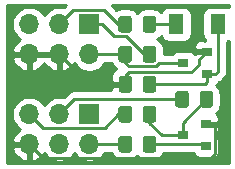
<source format=gbr>
G04 #@! TF.GenerationSoftware,KiCad,Pcbnew,(5.1.5-0-10_14)*
G04 #@! TF.CreationDate,2021-03-12T21:15:51+01:00*
G04 #@! TF.ProjectId,es_gateio,65735f67-6174-4656-996f-2e6b69636164,rev?*
G04 #@! TF.SameCoordinates,Original*
G04 #@! TF.FileFunction,Copper,L1,Top*
G04 #@! TF.FilePolarity,Positive*
%FSLAX46Y46*%
G04 Gerber Fmt 4.6, Leading zero omitted, Abs format (unit mm)*
G04 Created by KiCad (PCBNEW (5.1.5-0-10_14)) date 2021-03-12 21:15:51*
%MOMM*%
%LPD*%
G04 APERTURE LIST*
%ADD10O,1.700000X1.700000*%
%ADD11R,1.700000X1.700000*%
%ADD12C,0.100000*%
%ADD13R,1.300000X1.700000*%
%ADD14R,0.900000X0.800000*%
%ADD15C,0.250000*%
%ADD16C,0.254000*%
G04 APERTURE END LIST*
D10*
X99060000Y-68326000D03*
X99060000Y-65786000D03*
X101600000Y-68326000D03*
X101600000Y-65786000D03*
X104140000Y-68326000D03*
D11*
X104140000Y-65786000D03*
G04 #@! TA.AperFunction,SMDPad,CuDef*
D12*
G36*
X107519505Y-57467204D02*
G01*
X107543773Y-57470804D01*
X107567572Y-57476765D01*
X107590671Y-57485030D01*
X107612850Y-57495520D01*
X107633893Y-57508132D01*
X107653599Y-57522747D01*
X107671777Y-57539223D01*
X107688253Y-57557401D01*
X107702868Y-57577107D01*
X107715480Y-57598150D01*
X107725970Y-57620329D01*
X107734235Y-57643428D01*
X107740196Y-57667227D01*
X107743796Y-57691495D01*
X107745000Y-57715999D01*
X107745000Y-58616001D01*
X107743796Y-58640505D01*
X107740196Y-58664773D01*
X107734235Y-58688572D01*
X107725970Y-58711671D01*
X107715480Y-58733850D01*
X107702868Y-58754893D01*
X107688253Y-58774599D01*
X107671777Y-58792777D01*
X107653599Y-58809253D01*
X107633893Y-58823868D01*
X107612850Y-58836480D01*
X107590671Y-58846970D01*
X107567572Y-58855235D01*
X107543773Y-58861196D01*
X107519505Y-58864796D01*
X107495001Y-58866000D01*
X106844999Y-58866000D01*
X106820495Y-58864796D01*
X106796227Y-58861196D01*
X106772428Y-58855235D01*
X106749329Y-58846970D01*
X106727150Y-58836480D01*
X106706107Y-58823868D01*
X106686401Y-58809253D01*
X106668223Y-58792777D01*
X106651747Y-58774599D01*
X106637132Y-58754893D01*
X106624520Y-58733850D01*
X106614030Y-58711671D01*
X106605765Y-58688572D01*
X106599804Y-58664773D01*
X106596204Y-58640505D01*
X106595000Y-58616001D01*
X106595000Y-57715999D01*
X106596204Y-57691495D01*
X106599804Y-57667227D01*
X106605765Y-57643428D01*
X106614030Y-57620329D01*
X106624520Y-57598150D01*
X106637132Y-57577107D01*
X106651747Y-57557401D01*
X106668223Y-57539223D01*
X106686401Y-57522747D01*
X106706107Y-57508132D01*
X106727150Y-57495520D01*
X106749329Y-57485030D01*
X106772428Y-57476765D01*
X106796227Y-57470804D01*
X106820495Y-57467204D01*
X106844999Y-57466000D01*
X107495001Y-57466000D01*
X107519505Y-57467204D01*
G37*
G04 #@! TD.AperFunction*
G04 #@! TA.AperFunction,SMDPad,CuDef*
G36*
X109569505Y-57467204D02*
G01*
X109593773Y-57470804D01*
X109617572Y-57476765D01*
X109640671Y-57485030D01*
X109662850Y-57495520D01*
X109683893Y-57508132D01*
X109703599Y-57522747D01*
X109721777Y-57539223D01*
X109738253Y-57557401D01*
X109752868Y-57577107D01*
X109765480Y-57598150D01*
X109775970Y-57620329D01*
X109784235Y-57643428D01*
X109790196Y-57667227D01*
X109793796Y-57691495D01*
X109795000Y-57715999D01*
X109795000Y-58616001D01*
X109793796Y-58640505D01*
X109790196Y-58664773D01*
X109784235Y-58688572D01*
X109775970Y-58711671D01*
X109765480Y-58733850D01*
X109752868Y-58754893D01*
X109738253Y-58774599D01*
X109721777Y-58792777D01*
X109703599Y-58809253D01*
X109683893Y-58823868D01*
X109662850Y-58836480D01*
X109640671Y-58846970D01*
X109617572Y-58855235D01*
X109593773Y-58861196D01*
X109569505Y-58864796D01*
X109545001Y-58866000D01*
X108894999Y-58866000D01*
X108870495Y-58864796D01*
X108846227Y-58861196D01*
X108822428Y-58855235D01*
X108799329Y-58846970D01*
X108777150Y-58836480D01*
X108756107Y-58823868D01*
X108736401Y-58809253D01*
X108718223Y-58792777D01*
X108701747Y-58774599D01*
X108687132Y-58754893D01*
X108674520Y-58733850D01*
X108664030Y-58711671D01*
X108655765Y-58688572D01*
X108649804Y-58664773D01*
X108646204Y-58640505D01*
X108645000Y-58616001D01*
X108645000Y-57715999D01*
X108646204Y-57691495D01*
X108649804Y-57667227D01*
X108655765Y-57643428D01*
X108664030Y-57620329D01*
X108674520Y-57598150D01*
X108687132Y-57577107D01*
X108701747Y-57557401D01*
X108718223Y-57539223D01*
X108736401Y-57522747D01*
X108756107Y-57508132D01*
X108777150Y-57495520D01*
X108799329Y-57485030D01*
X108822428Y-57476765D01*
X108846227Y-57470804D01*
X108870495Y-57467204D01*
X108894999Y-57466000D01*
X109545001Y-57466000D01*
X109569505Y-57467204D01*
G37*
G04 #@! TD.AperFunction*
D10*
X99060000Y-60706000D03*
X99060000Y-58166000D03*
X101600000Y-60706000D03*
X101600000Y-58166000D03*
X104140000Y-60706000D03*
D11*
X104140000Y-58166000D03*
D13*
X111506000Y-58166000D03*
X115006000Y-58166000D03*
G04 #@! TA.AperFunction,SMDPad,CuDef*
D12*
G36*
X114395505Y-63817204D02*
G01*
X114419773Y-63820804D01*
X114443572Y-63826765D01*
X114466671Y-63835030D01*
X114488850Y-63845520D01*
X114509893Y-63858132D01*
X114529599Y-63872747D01*
X114547777Y-63889223D01*
X114564253Y-63907401D01*
X114578868Y-63927107D01*
X114591480Y-63948150D01*
X114601970Y-63970329D01*
X114610235Y-63993428D01*
X114616196Y-64017227D01*
X114619796Y-64041495D01*
X114621000Y-64065999D01*
X114621000Y-64966001D01*
X114619796Y-64990505D01*
X114616196Y-65014773D01*
X114610235Y-65038572D01*
X114601970Y-65061671D01*
X114591480Y-65083850D01*
X114578868Y-65104893D01*
X114564253Y-65124599D01*
X114547777Y-65142777D01*
X114529599Y-65159253D01*
X114509893Y-65173868D01*
X114488850Y-65186480D01*
X114466671Y-65196970D01*
X114443572Y-65205235D01*
X114419773Y-65211196D01*
X114395505Y-65214796D01*
X114371001Y-65216000D01*
X113720999Y-65216000D01*
X113696495Y-65214796D01*
X113672227Y-65211196D01*
X113648428Y-65205235D01*
X113625329Y-65196970D01*
X113603150Y-65186480D01*
X113582107Y-65173868D01*
X113562401Y-65159253D01*
X113544223Y-65142777D01*
X113527747Y-65124599D01*
X113513132Y-65104893D01*
X113500520Y-65083850D01*
X113490030Y-65061671D01*
X113481765Y-65038572D01*
X113475804Y-65014773D01*
X113472204Y-64990505D01*
X113471000Y-64966001D01*
X113471000Y-64065999D01*
X113472204Y-64041495D01*
X113475804Y-64017227D01*
X113481765Y-63993428D01*
X113490030Y-63970329D01*
X113500520Y-63948150D01*
X113513132Y-63927107D01*
X113527747Y-63907401D01*
X113544223Y-63889223D01*
X113562401Y-63872747D01*
X113582107Y-63858132D01*
X113603150Y-63845520D01*
X113625329Y-63835030D01*
X113648428Y-63826765D01*
X113672227Y-63820804D01*
X113696495Y-63817204D01*
X113720999Y-63816000D01*
X114371001Y-63816000D01*
X114395505Y-63817204D01*
G37*
G04 #@! TD.AperFunction*
G04 #@! TA.AperFunction,SMDPad,CuDef*
G36*
X112345505Y-63817204D02*
G01*
X112369773Y-63820804D01*
X112393572Y-63826765D01*
X112416671Y-63835030D01*
X112438850Y-63845520D01*
X112459893Y-63858132D01*
X112479599Y-63872747D01*
X112497777Y-63889223D01*
X112514253Y-63907401D01*
X112528868Y-63927107D01*
X112541480Y-63948150D01*
X112551970Y-63970329D01*
X112560235Y-63993428D01*
X112566196Y-64017227D01*
X112569796Y-64041495D01*
X112571000Y-64065999D01*
X112571000Y-64966001D01*
X112569796Y-64990505D01*
X112566196Y-65014773D01*
X112560235Y-65038572D01*
X112551970Y-65061671D01*
X112541480Y-65083850D01*
X112528868Y-65104893D01*
X112514253Y-65124599D01*
X112497777Y-65142777D01*
X112479599Y-65159253D01*
X112459893Y-65173868D01*
X112438850Y-65186480D01*
X112416671Y-65196970D01*
X112393572Y-65205235D01*
X112369773Y-65211196D01*
X112345505Y-65214796D01*
X112321001Y-65216000D01*
X111670999Y-65216000D01*
X111646495Y-65214796D01*
X111622227Y-65211196D01*
X111598428Y-65205235D01*
X111575329Y-65196970D01*
X111553150Y-65186480D01*
X111532107Y-65173868D01*
X111512401Y-65159253D01*
X111494223Y-65142777D01*
X111477747Y-65124599D01*
X111463132Y-65104893D01*
X111450520Y-65083850D01*
X111440030Y-65061671D01*
X111431765Y-65038572D01*
X111425804Y-65014773D01*
X111422204Y-64990505D01*
X111421000Y-64966001D01*
X111421000Y-64065999D01*
X111422204Y-64041495D01*
X111425804Y-64017227D01*
X111431765Y-63993428D01*
X111440030Y-63970329D01*
X111450520Y-63948150D01*
X111463132Y-63927107D01*
X111477747Y-63907401D01*
X111494223Y-63889223D01*
X111512401Y-63872747D01*
X111532107Y-63858132D01*
X111553150Y-63845520D01*
X111575329Y-63835030D01*
X111598428Y-63826765D01*
X111622227Y-63820804D01*
X111646495Y-63817204D01*
X111670999Y-63816000D01*
X112321001Y-63816000D01*
X112345505Y-63817204D01*
G37*
G04 #@! TD.AperFunction*
G04 #@! TA.AperFunction,SMDPad,CuDef*
G36*
X107528505Y-65087204D02*
G01*
X107552773Y-65090804D01*
X107576572Y-65096765D01*
X107599671Y-65105030D01*
X107621850Y-65115520D01*
X107642893Y-65128132D01*
X107662599Y-65142747D01*
X107680777Y-65159223D01*
X107697253Y-65177401D01*
X107711868Y-65197107D01*
X107724480Y-65218150D01*
X107734970Y-65240329D01*
X107743235Y-65263428D01*
X107749196Y-65287227D01*
X107752796Y-65311495D01*
X107754000Y-65335999D01*
X107754000Y-66236001D01*
X107752796Y-66260505D01*
X107749196Y-66284773D01*
X107743235Y-66308572D01*
X107734970Y-66331671D01*
X107724480Y-66353850D01*
X107711868Y-66374893D01*
X107697253Y-66394599D01*
X107680777Y-66412777D01*
X107662599Y-66429253D01*
X107642893Y-66443868D01*
X107621850Y-66456480D01*
X107599671Y-66466970D01*
X107576572Y-66475235D01*
X107552773Y-66481196D01*
X107528505Y-66484796D01*
X107504001Y-66486000D01*
X106853999Y-66486000D01*
X106829495Y-66484796D01*
X106805227Y-66481196D01*
X106781428Y-66475235D01*
X106758329Y-66466970D01*
X106736150Y-66456480D01*
X106715107Y-66443868D01*
X106695401Y-66429253D01*
X106677223Y-66412777D01*
X106660747Y-66394599D01*
X106646132Y-66374893D01*
X106633520Y-66353850D01*
X106623030Y-66331671D01*
X106614765Y-66308572D01*
X106608804Y-66284773D01*
X106605204Y-66260505D01*
X106604000Y-66236001D01*
X106604000Y-65335999D01*
X106605204Y-65311495D01*
X106608804Y-65287227D01*
X106614765Y-65263428D01*
X106623030Y-65240329D01*
X106633520Y-65218150D01*
X106646132Y-65197107D01*
X106660747Y-65177401D01*
X106677223Y-65159223D01*
X106695401Y-65142747D01*
X106715107Y-65128132D01*
X106736150Y-65115520D01*
X106758329Y-65105030D01*
X106781428Y-65096765D01*
X106805227Y-65090804D01*
X106829495Y-65087204D01*
X106853999Y-65086000D01*
X107504001Y-65086000D01*
X107528505Y-65087204D01*
G37*
G04 #@! TD.AperFunction*
G04 #@! TA.AperFunction,SMDPad,CuDef*
G36*
X109578505Y-65087204D02*
G01*
X109602773Y-65090804D01*
X109626572Y-65096765D01*
X109649671Y-65105030D01*
X109671850Y-65115520D01*
X109692893Y-65128132D01*
X109712599Y-65142747D01*
X109730777Y-65159223D01*
X109747253Y-65177401D01*
X109761868Y-65197107D01*
X109774480Y-65218150D01*
X109784970Y-65240329D01*
X109793235Y-65263428D01*
X109799196Y-65287227D01*
X109802796Y-65311495D01*
X109804000Y-65335999D01*
X109804000Y-66236001D01*
X109802796Y-66260505D01*
X109799196Y-66284773D01*
X109793235Y-66308572D01*
X109784970Y-66331671D01*
X109774480Y-66353850D01*
X109761868Y-66374893D01*
X109747253Y-66394599D01*
X109730777Y-66412777D01*
X109712599Y-66429253D01*
X109692893Y-66443868D01*
X109671850Y-66456480D01*
X109649671Y-66466970D01*
X109626572Y-66475235D01*
X109602773Y-66481196D01*
X109578505Y-66484796D01*
X109554001Y-66486000D01*
X108903999Y-66486000D01*
X108879495Y-66484796D01*
X108855227Y-66481196D01*
X108831428Y-66475235D01*
X108808329Y-66466970D01*
X108786150Y-66456480D01*
X108765107Y-66443868D01*
X108745401Y-66429253D01*
X108727223Y-66412777D01*
X108710747Y-66394599D01*
X108696132Y-66374893D01*
X108683520Y-66353850D01*
X108673030Y-66331671D01*
X108664765Y-66308572D01*
X108658804Y-66284773D01*
X108655204Y-66260505D01*
X108654000Y-66236001D01*
X108654000Y-65335999D01*
X108655204Y-65311495D01*
X108658804Y-65287227D01*
X108664765Y-65263428D01*
X108673030Y-65240329D01*
X108683520Y-65218150D01*
X108696132Y-65197107D01*
X108710747Y-65177401D01*
X108727223Y-65159223D01*
X108745401Y-65142747D01*
X108765107Y-65128132D01*
X108786150Y-65115520D01*
X108808329Y-65105030D01*
X108831428Y-65096765D01*
X108855227Y-65090804D01*
X108879495Y-65087204D01*
X108903999Y-65086000D01*
X109554001Y-65086000D01*
X109578505Y-65087204D01*
G37*
G04 #@! TD.AperFunction*
G04 #@! TA.AperFunction,SMDPad,CuDef*
G36*
X107528505Y-67627204D02*
G01*
X107552773Y-67630804D01*
X107576572Y-67636765D01*
X107599671Y-67645030D01*
X107621850Y-67655520D01*
X107642893Y-67668132D01*
X107662599Y-67682747D01*
X107680777Y-67699223D01*
X107697253Y-67717401D01*
X107711868Y-67737107D01*
X107724480Y-67758150D01*
X107734970Y-67780329D01*
X107743235Y-67803428D01*
X107749196Y-67827227D01*
X107752796Y-67851495D01*
X107754000Y-67875999D01*
X107754000Y-68776001D01*
X107752796Y-68800505D01*
X107749196Y-68824773D01*
X107743235Y-68848572D01*
X107734970Y-68871671D01*
X107724480Y-68893850D01*
X107711868Y-68914893D01*
X107697253Y-68934599D01*
X107680777Y-68952777D01*
X107662599Y-68969253D01*
X107642893Y-68983868D01*
X107621850Y-68996480D01*
X107599671Y-69006970D01*
X107576572Y-69015235D01*
X107552773Y-69021196D01*
X107528505Y-69024796D01*
X107504001Y-69026000D01*
X106853999Y-69026000D01*
X106829495Y-69024796D01*
X106805227Y-69021196D01*
X106781428Y-69015235D01*
X106758329Y-69006970D01*
X106736150Y-68996480D01*
X106715107Y-68983868D01*
X106695401Y-68969253D01*
X106677223Y-68952777D01*
X106660747Y-68934599D01*
X106646132Y-68914893D01*
X106633520Y-68893850D01*
X106623030Y-68871671D01*
X106614765Y-68848572D01*
X106608804Y-68824773D01*
X106605204Y-68800505D01*
X106604000Y-68776001D01*
X106604000Y-67875999D01*
X106605204Y-67851495D01*
X106608804Y-67827227D01*
X106614765Y-67803428D01*
X106623030Y-67780329D01*
X106633520Y-67758150D01*
X106646132Y-67737107D01*
X106660747Y-67717401D01*
X106677223Y-67699223D01*
X106695401Y-67682747D01*
X106715107Y-67668132D01*
X106736150Y-67655520D01*
X106758329Y-67645030D01*
X106781428Y-67636765D01*
X106805227Y-67630804D01*
X106829495Y-67627204D01*
X106853999Y-67626000D01*
X107504001Y-67626000D01*
X107528505Y-67627204D01*
G37*
G04 #@! TD.AperFunction*
G04 #@! TA.AperFunction,SMDPad,CuDef*
G36*
X109578505Y-67627204D02*
G01*
X109602773Y-67630804D01*
X109626572Y-67636765D01*
X109649671Y-67645030D01*
X109671850Y-67655520D01*
X109692893Y-67668132D01*
X109712599Y-67682747D01*
X109730777Y-67699223D01*
X109747253Y-67717401D01*
X109761868Y-67737107D01*
X109774480Y-67758150D01*
X109784970Y-67780329D01*
X109793235Y-67803428D01*
X109799196Y-67827227D01*
X109802796Y-67851495D01*
X109804000Y-67875999D01*
X109804000Y-68776001D01*
X109802796Y-68800505D01*
X109799196Y-68824773D01*
X109793235Y-68848572D01*
X109784970Y-68871671D01*
X109774480Y-68893850D01*
X109761868Y-68914893D01*
X109747253Y-68934599D01*
X109730777Y-68952777D01*
X109712599Y-68969253D01*
X109692893Y-68983868D01*
X109671850Y-68996480D01*
X109649671Y-69006970D01*
X109626572Y-69015235D01*
X109602773Y-69021196D01*
X109578505Y-69024796D01*
X109554001Y-69026000D01*
X108903999Y-69026000D01*
X108879495Y-69024796D01*
X108855227Y-69021196D01*
X108831428Y-69015235D01*
X108808329Y-69006970D01*
X108786150Y-68996480D01*
X108765107Y-68983868D01*
X108745401Y-68969253D01*
X108727223Y-68952777D01*
X108710747Y-68934599D01*
X108696132Y-68914893D01*
X108683520Y-68893850D01*
X108673030Y-68871671D01*
X108664765Y-68848572D01*
X108658804Y-68824773D01*
X108655204Y-68800505D01*
X108654000Y-68776001D01*
X108654000Y-67875999D01*
X108655204Y-67851495D01*
X108658804Y-67827227D01*
X108664765Y-67803428D01*
X108673030Y-67780329D01*
X108683520Y-67758150D01*
X108696132Y-67737107D01*
X108710747Y-67717401D01*
X108727223Y-67699223D01*
X108745401Y-67682747D01*
X108765107Y-67668132D01*
X108786150Y-67655520D01*
X108808329Y-67645030D01*
X108831428Y-67636765D01*
X108855227Y-67630804D01*
X108879495Y-67627204D01*
X108903999Y-67626000D01*
X109554001Y-67626000D01*
X109578505Y-67627204D01*
G37*
G04 #@! TD.AperFunction*
G04 #@! TA.AperFunction,SMDPad,CuDef*
G36*
X107528505Y-60007204D02*
G01*
X107552773Y-60010804D01*
X107576572Y-60016765D01*
X107599671Y-60025030D01*
X107621850Y-60035520D01*
X107642893Y-60048132D01*
X107662599Y-60062747D01*
X107680777Y-60079223D01*
X107697253Y-60097401D01*
X107711868Y-60117107D01*
X107724480Y-60138150D01*
X107734970Y-60160329D01*
X107743235Y-60183428D01*
X107749196Y-60207227D01*
X107752796Y-60231495D01*
X107754000Y-60255999D01*
X107754000Y-61156001D01*
X107752796Y-61180505D01*
X107749196Y-61204773D01*
X107743235Y-61228572D01*
X107734970Y-61251671D01*
X107724480Y-61273850D01*
X107711868Y-61294893D01*
X107697253Y-61314599D01*
X107680777Y-61332777D01*
X107662599Y-61349253D01*
X107642893Y-61363868D01*
X107621850Y-61376480D01*
X107599671Y-61386970D01*
X107576572Y-61395235D01*
X107552773Y-61401196D01*
X107528505Y-61404796D01*
X107504001Y-61406000D01*
X106853999Y-61406000D01*
X106829495Y-61404796D01*
X106805227Y-61401196D01*
X106781428Y-61395235D01*
X106758329Y-61386970D01*
X106736150Y-61376480D01*
X106715107Y-61363868D01*
X106695401Y-61349253D01*
X106677223Y-61332777D01*
X106660747Y-61314599D01*
X106646132Y-61294893D01*
X106633520Y-61273850D01*
X106623030Y-61251671D01*
X106614765Y-61228572D01*
X106608804Y-61204773D01*
X106605204Y-61180505D01*
X106604000Y-61156001D01*
X106604000Y-60255999D01*
X106605204Y-60231495D01*
X106608804Y-60207227D01*
X106614765Y-60183428D01*
X106623030Y-60160329D01*
X106633520Y-60138150D01*
X106646132Y-60117107D01*
X106660747Y-60097401D01*
X106677223Y-60079223D01*
X106695401Y-60062747D01*
X106715107Y-60048132D01*
X106736150Y-60035520D01*
X106758329Y-60025030D01*
X106781428Y-60016765D01*
X106805227Y-60010804D01*
X106829495Y-60007204D01*
X106853999Y-60006000D01*
X107504001Y-60006000D01*
X107528505Y-60007204D01*
G37*
G04 #@! TD.AperFunction*
G04 #@! TA.AperFunction,SMDPad,CuDef*
G36*
X109578505Y-60007204D02*
G01*
X109602773Y-60010804D01*
X109626572Y-60016765D01*
X109649671Y-60025030D01*
X109671850Y-60035520D01*
X109692893Y-60048132D01*
X109712599Y-60062747D01*
X109730777Y-60079223D01*
X109747253Y-60097401D01*
X109761868Y-60117107D01*
X109774480Y-60138150D01*
X109784970Y-60160329D01*
X109793235Y-60183428D01*
X109799196Y-60207227D01*
X109802796Y-60231495D01*
X109804000Y-60255999D01*
X109804000Y-61156001D01*
X109802796Y-61180505D01*
X109799196Y-61204773D01*
X109793235Y-61228572D01*
X109784970Y-61251671D01*
X109774480Y-61273850D01*
X109761868Y-61294893D01*
X109747253Y-61314599D01*
X109730777Y-61332777D01*
X109712599Y-61349253D01*
X109692893Y-61363868D01*
X109671850Y-61376480D01*
X109649671Y-61386970D01*
X109626572Y-61395235D01*
X109602773Y-61401196D01*
X109578505Y-61404796D01*
X109554001Y-61406000D01*
X108903999Y-61406000D01*
X108879495Y-61404796D01*
X108855227Y-61401196D01*
X108831428Y-61395235D01*
X108808329Y-61386970D01*
X108786150Y-61376480D01*
X108765107Y-61363868D01*
X108745401Y-61349253D01*
X108727223Y-61332777D01*
X108710747Y-61314599D01*
X108696132Y-61294893D01*
X108683520Y-61273850D01*
X108673030Y-61251671D01*
X108664765Y-61228572D01*
X108658804Y-61204773D01*
X108655204Y-61180505D01*
X108654000Y-61156001D01*
X108654000Y-60255999D01*
X108655204Y-60231495D01*
X108658804Y-60207227D01*
X108664765Y-60183428D01*
X108673030Y-60160329D01*
X108683520Y-60138150D01*
X108696132Y-60117107D01*
X108710747Y-60097401D01*
X108727223Y-60079223D01*
X108745401Y-60062747D01*
X108765107Y-60048132D01*
X108786150Y-60035520D01*
X108808329Y-60025030D01*
X108831428Y-60016765D01*
X108855227Y-60010804D01*
X108879495Y-60007204D01*
X108903999Y-60006000D01*
X109554001Y-60006000D01*
X109578505Y-60007204D01*
G37*
G04 #@! TD.AperFunction*
G04 #@! TA.AperFunction,SMDPad,CuDef*
G36*
X109587505Y-62547204D02*
G01*
X109611773Y-62550804D01*
X109635572Y-62556765D01*
X109658671Y-62565030D01*
X109680850Y-62575520D01*
X109701893Y-62588132D01*
X109721599Y-62602747D01*
X109739777Y-62619223D01*
X109756253Y-62637401D01*
X109770868Y-62657107D01*
X109783480Y-62678150D01*
X109793970Y-62700329D01*
X109802235Y-62723428D01*
X109808196Y-62747227D01*
X109811796Y-62771495D01*
X109813000Y-62795999D01*
X109813000Y-63696001D01*
X109811796Y-63720505D01*
X109808196Y-63744773D01*
X109802235Y-63768572D01*
X109793970Y-63791671D01*
X109783480Y-63813850D01*
X109770868Y-63834893D01*
X109756253Y-63854599D01*
X109739777Y-63872777D01*
X109721599Y-63889253D01*
X109701893Y-63903868D01*
X109680850Y-63916480D01*
X109658671Y-63926970D01*
X109635572Y-63935235D01*
X109611773Y-63941196D01*
X109587505Y-63944796D01*
X109563001Y-63946000D01*
X108912999Y-63946000D01*
X108888495Y-63944796D01*
X108864227Y-63941196D01*
X108840428Y-63935235D01*
X108817329Y-63926970D01*
X108795150Y-63916480D01*
X108774107Y-63903868D01*
X108754401Y-63889253D01*
X108736223Y-63872777D01*
X108719747Y-63854599D01*
X108705132Y-63834893D01*
X108692520Y-63813850D01*
X108682030Y-63791671D01*
X108673765Y-63768572D01*
X108667804Y-63744773D01*
X108664204Y-63720505D01*
X108663000Y-63696001D01*
X108663000Y-62795999D01*
X108664204Y-62771495D01*
X108667804Y-62747227D01*
X108673765Y-62723428D01*
X108682030Y-62700329D01*
X108692520Y-62678150D01*
X108705132Y-62657107D01*
X108719747Y-62637401D01*
X108736223Y-62619223D01*
X108754401Y-62602747D01*
X108774107Y-62588132D01*
X108795150Y-62575520D01*
X108817329Y-62565030D01*
X108840428Y-62556765D01*
X108864227Y-62550804D01*
X108888495Y-62547204D01*
X108912999Y-62546000D01*
X109563001Y-62546000D01*
X109587505Y-62547204D01*
G37*
G04 #@! TD.AperFunction*
G04 #@! TA.AperFunction,SMDPad,CuDef*
G36*
X107537505Y-62547204D02*
G01*
X107561773Y-62550804D01*
X107585572Y-62556765D01*
X107608671Y-62565030D01*
X107630850Y-62575520D01*
X107651893Y-62588132D01*
X107671599Y-62602747D01*
X107689777Y-62619223D01*
X107706253Y-62637401D01*
X107720868Y-62657107D01*
X107733480Y-62678150D01*
X107743970Y-62700329D01*
X107752235Y-62723428D01*
X107758196Y-62747227D01*
X107761796Y-62771495D01*
X107763000Y-62795999D01*
X107763000Y-63696001D01*
X107761796Y-63720505D01*
X107758196Y-63744773D01*
X107752235Y-63768572D01*
X107743970Y-63791671D01*
X107733480Y-63813850D01*
X107720868Y-63834893D01*
X107706253Y-63854599D01*
X107689777Y-63872777D01*
X107671599Y-63889253D01*
X107651893Y-63903868D01*
X107630850Y-63916480D01*
X107608671Y-63926970D01*
X107585572Y-63935235D01*
X107561773Y-63941196D01*
X107537505Y-63944796D01*
X107513001Y-63946000D01*
X106862999Y-63946000D01*
X106838495Y-63944796D01*
X106814227Y-63941196D01*
X106790428Y-63935235D01*
X106767329Y-63926970D01*
X106745150Y-63916480D01*
X106724107Y-63903868D01*
X106704401Y-63889253D01*
X106686223Y-63872777D01*
X106669747Y-63854599D01*
X106655132Y-63834893D01*
X106642520Y-63813850D01*
X106632030Y-63791671D01*
X106623765Y-63768572D01*
X106617804Y-63744773D01*
X106614204Y-63720505D01*
X106613000Y-63696001D01*
X106613000Y-62795999D01*
X106614204Y-62771495D01*
X106617804Y-62747227D01*
X106623765Y-62723428D01*
X106632030Y-62700329D01*
X106642520Y-62678150D01*
X106655132Y-62657107D01*
X106669747Y-62637401D01*
X106686223Y-62619223D01*
X106704401Y-62602747D01*
X106724107Y-62588132D01*
X106745150Y-62575520D01*
X106767329Y-62565030D01*
X106790428Y-62556765D01*
X106814227Y-62550804D01*
X106838495Y-62547204D01*
X106862999Y-62546000D01*
X107513001Y-62546000D01*
X107537505Y-62547204D01*
G37*
G04 #@! TD.AperFunction*
D14*
X112030000Y-67564000D03*
X114030000Y-66614000D03*
X114030000Y-68514000D03*
X112096000Y-61452000D03*
X114096000Y-60502000D03*
X114096000Y-62402000D03*
D15*
X111506000Y-58166000D02*
X109220000Y-58166000D01*
X114096000Y-63052000D02*
X114096000Y-62402000D01*
X113902000Y-63246000D02*
X114096000Y-63052000D01*
X109238000Y-63246000D02*
X113902000Y-63246000D01*
X115006000Y-59266000D02*
X115006000Y-58166000D01*
X115006000Y-62192000D02*
X115006000Y-59266000D01*
X114796000Y-62402000D02*
X115006000Y-62192000D01*
X114096000Y-62402000D02*
X114796000Y-62402000D01*
X107188000Y-63246000D02*
X104140000Y-63246000D01*
X104140000Y-63246000D02*
X101600000Y-60706000D01*
X113396000Y-61152000D02*
X114046000Y-60502000D01*
X114046000Y-60502000D02*
X114096000Y-60502000D01*
X112762012Y-62220990D02*
X113396000Y-61587002D01*
X107513010Y-62220990D02*
X112762012Y-62220990D01*
X113396000Y-61587002D02*
X113396000Y-61152000D01*
X107188000Y-62546000D02*
X107513010Y-62220990D01*
X107188000Y-63246000D02*
X107188000Y-62546000D01*
X99909999Y-69175999D02*
X99060000Y-68326000D01*
X100235001Y-69501001D02*
X99909999Y-69175999D01*
X114478001Y-69501001D02*
X100235001Y-69501001D01*
X114805001Y-69174001D02*
X114478001Y-69501001D01*
X114805001Y-66689001D02*
X114805001Y-69174001D01*
X114730000Y-66614000D02*
X114805001Y-66689001D01*
X114030000Y-66614000D02*
X114730000Y-66614000D01*
X101600000Y-60706000D02*
X99060000Y-60706000D01*
X99909999Y-66635999D02*
X99060000Y-65786000D01*
X100235001Y-66961001D02*
X99909999Y-66635999D01*
X105428999Y-66961001D02*
X100235001Y-66961001D01*
X106604000Y-65786000D02*
X105428999Y-66961001D01*
X107179000Y-65786000D02*
X106604000Y-65786000D01*
X102449999Y-57316001D02*
X101600000Y-58166000D01*
X106595000Y-58166000D02*
X105419999Y-56990999D01*
X102775001Y-56990999D02*
X102449999Y-57316001D01*
X105419999Y-56990999D02*
X102775001Y-56990999D01*
X107170000Y-58166000D02*
X106595000Y-58166000D01*
X107179000Y-60706000D02*
X104140000Y-60706000D01*
X107504010Y-61731010D02*
X107179000Y-61406000D01*
X107179000Y-61406000D02*
X107179000Y-60706000D01*
X109792180Y-61731010D02*
X107504010Y-61731010D01*
X110071190Y-61452000D02*
X109792180Y-61731010D01*
X112096000Y-61452000D02*
X110071190Y-61452000D01*
X105240000Y-58166000D02*
X104140000Y-58166000D01*
X106265010Y-59191010D02*
X105240000Y-58166000D01*
X107252200Y-59191010D02*
X106265010Y-59191010D01*
X108767190Y-60706000D02*
X107252200Y-59191010D01*
X109229000Y-60706000D02*
X108767190Y-60706000D01*
X102870000Y-64516000D02*
X111996000Y-64516000D01*
X101600000Y-65786000D02*
X102870000Y-64516000D01*
X107179000Y-68326000D02*
X104140000Y-68326000D01*
X111330000Y-67564000D02*
X112030000Y-67564000D01*
X110307000Y-67564000D02*
X111330000Y-67564000D01*
X109229000Y-66486000D02*
X110307000Y-67564000D01*
X109229000Y-65786000D02*
X109229000Y-66486000D01*
X112030000Y-66532000D02*
X114046000Y-64516000D01*
X112030000Y-67564000D02*
X112030000Y-66532000D01*
X113842000Y-68326000D02*
X114030000Y-68514000D01*
X109229000Y-68326000D02*
X113842000Y-68326000D01*
D16*
G36*
X101966408Y-56724791D02*
G01*
X101746260Y-56681000D01*
X101453740Y-56681000D01*
X101166842Y-56738068D01*
X100896589Y-56850010D01*
X100653368Y-57012525D01*
X100446525Y-57219368D01*
X100330000Y-57393760D01*
X100213475Y-57219368D01*
X100006632Y-57012525D01*
X99763411Y-56850010D01*
X99493158Y-56738068D01*
X99206260Y-56681000D01*
X98913740Y-56681000D01*
X98626842Y-56738068D01*
X98356589Y-56850010D01*
X98113368Y-57012525D01*
X97906525Y-57219368D01*
X97744010Y-57462589D01*
X97632068Y-57732842D01*
X97575000Y-58019740D01*
X97575000Y-58312260D01*
X97632068Y-58599158D01*
X97744010Y-58869411D01*
X97906525Y-59112632D01*
X98113368Y-59319475D01*
X98289406Y-59437100D01*
X98059731Y-59608412D01*
X97864822Y-59824645D01*
X97715843Y-60074748D01*
X97618519Y-60349109D01*
X97739186Y-60579000D01*
X98933000Y-60579000D01*
X98933000Y-60559000D01*
X99187000Y-60559000D01*
X99187000Y-60579000D01*
X101473000Y-60579000D01*
X101473000Y-60559000D01*
X101727000Y-60559000D01*
X101727000Y-60579000D01*
X101747000Y-60579000D01*
X101747000Y-60833000D01*
X101727000Y-60833000D01*
X101727000Y-62026155D01*
X101956890Y-62147476D01*
X102104099Y-62102825D01*
X102366920Y-61977641D01*
X102600269Y-61803588D01*
X102795178Y-61587355D01*
X102864805Y-61470466D01*
X102986525Y-61652632D01*
X103193368Y-61859475D01*
X103436589Y-62021990D01*
X103706842Y-62133932D01*
X103993740Y-62191000D01*
X104286260Y-62191000D01*
X104573158Y-62133932D01*
X104843411Y-62021990D01*
X105086632Y-61859475D01*
X105293475Y-61652632D01*
X105418178Y-61466000D01*
X106024473Y-61466000D01*
X106033528Y-61495851D01*
X106115595Y-61649387D01*
X106226038Y-61783962D01*
X106360613Y-61894405D01*
X106437693Y-61935605D01*
X106368820Y-61956498D01*
X106258506Y-62015463D01*
X106161815Y-62094815D01*
X106082463Y-62191506D01*
X106023498Y-62301820D01*
X105987188Y-62421518D01*
X105974928Y-62546000D01*
X105978000Y-62960250D01*
X106136750Y-63119000D01*
X107061000Y-63119000D01*
X107061000Y-63099000D01*
X107315000Y-63099000D01*
X107315000Y-63119000D01*
X107335000Y-63119000D01*
X107335000Y-63373000D01*
X107315000Y-63373000D01*
X107315000Y-63393000D01*
X107061000Y-63393000D01*
X107061000Y-63373000D01*
X106136750Y-63373000D01*
X105978000Y-63531750D01*
X105976337Y-63756000D01*
X102907322Y-63756000D01*
X102869999Y-63752324D01*
X102832676Y-63756000D01*
X102832667Y-63756000D01*
X102721014Y-63766997D01*
X102577753Y-63810454D01*
X102445724Y-63881026D01*
X102329999Y-63975999D01*
X102306201Y-64004997D01*
X101966408Y-64344790D01*
X101746260Y-64301000D01*
X101453740Y-64301000D01*
X101166842Y-64358068D01*
X100896589Y-64470010D01*
X100653368Y-64632525D01*
X100446525Y-64839368D01*
X100330000Y-65013760D01*
X100213475Y-64839368D01*
X100006632Y-64632525D01*
X99763411Y-64470010D01*
X99493158Y-64358068D01*
X99206260Y-64301000D01*
X98913740Y-64301000D01*
X98626842Y-64358068D01*
X98356589Y-64470010D01*
X98113368Y-64632525D01*
X97906525Y-64839368D01*
X97744010Y-65082589D01*
X97632068Y-65352842D01*
X97575000Y-65639740D01*
X97575000Y-65932260D01*
X97632068Y-66219158D01*
X97744010Y-66489411D01*
X97906525Y-66732632D01*
X98113368Y-66939475D01*
X98289406Y-67057100D01*
X98059731Y-67228412D01*
X97864822Y-67444645D01*
X97715843Y-67694748D01*
X97618519Y-67969109D01*
X97739186Y-68199000D01*
X98933000Y-68199000D01*
X98933000Y-68179000D01*
X99187000Y-68179000D01*
X99187000Y-68199000D01*
X99207000Y-68199000D01*
X99207000Y-68453000D01*
X99187000Y-68453000D01*
X99187000Y-69646155D01*
X99416890Y-69767476D01*
X99564099Y-69722825D01*
X99826920Y-69597641D01*
X100060269Y-69423588D01*
X100255178Y-69207355D01*
X100324805Y-69090466D01*
X100446525Y-69272632D01*
X100653368Y-69479475D01*
X100896589Y-69641990D01*
X101166842Y-69753932D01*
X101453740Y-69811000D01*
X101746260Y-69811000D01*
X102033158Y-69753932D01*
X102303411Y-69641990D01*
X102546632Y-69479475D01*
X102753475Y-69272632D01*
X102870000Y-69098240D01*
X102986525Y-69272632D01*
X103193368Y-69479475D01*
X103436589Y-69641990D01*
X103706842Y-69753932D01*
X103993740Y-69811000D01*
X104286260Y-69811000D01*
X104573158Y-69753932D01*
X104843411Y-69641990D01*
X105086632Y-69479475D01*
X105293475Y-69272632D01*
X105418178Y-69086000D01*
X106024473Y-69086000D01*
X106033528Y-69115851D01*
X106115595Y-69269387D01*
X106226038Y-69403962D01*
X106360613Y-69514405D01*
X106514149Y-69596472D01*
X106680745Y-69647008D01*
X106853999Y-69664072D01*
X107504001Y-69664072D01*
X107677255Y-69647008D01*
X107843851Y-69596472D01*
X107997387Y-69514405D01*
X108131962Y-69403962D01*
X108204000Y-69316184D01*
X108276038Y-69403962D01*
X108410613Y-69514405D01*
X108564149Y-69596472D01*
X108730745Y-69647008D01*
X108903999Y-69664072D01*
X109554001Y-69664072D01*
X109727255Y-69647008D01*
X109893851Y-69596472D01*
X110047387Y-69514405D01*
X110181962Y-69403962D01*
X110292405Y-69269387D01*
X110374472Y-69115851D01*
X110383527Y-69086000D01*
X112968602Y-69086000D01*
X112990498Y-69158180D01*
X113049463Y-69268494D01*
X113128815Y-69365185D01*
X113225506Y-69444537D01*
X113335820Y-69503502D01*
X113455518Y-69539812D01*
X113580000Y-69552072D01*
X114480000Y-69552072D01*
X114604482Y-69539812D01*
X114724180Y-69503502D01*
X114834494Y-69444537D01*
X114931185Y-69365185D01*
X115010537Y-69268494D01*
X115069502Y-69158180D01*
X115105812Y-69038482D01*
X115118072Y-68914000D01*
X115118072Y-68114000D01*
X115105812Y-67989518D01*
X115069502Y-67869820D01*
X115010537Y-67759506D01*
X114931185Y-67662815D01*
X114834494Y-67583463D01*
X114798082Y-67564000D01*
X114834494Y-67544537D01*
X114931185Y-67465185D01*
X115010537Y-67368494D01*
X115069502Y-67258180D01*
X115105812Y-67138482D01*
X115118072Y-67014000D01*
X115115000Y-66899750D01*
X114956250Y-66741000D01*
X114157000Y-66741000D01*
X114157000Y-66761000D01*
X113903000Y-66761000D01*
X113903000Y-66741000D01*
X113883000Y-66741000D01*
X113883000Y-66487000D01*
X113903000Y-66487000D01*
X113903000Y-66467000D01*
X114157000Y-66467000D01*
X114157000Y-66487000D01*
X114956250Y-66487000D01*
X115115000Y-66328250D01*
X115118072Y-66214000D01*
X115105812Y-66089518D01*
X115069502Y-65969820D01*
X115010537Y-65859506D01*
X114931185Y-65762815D01*
X114861738Y-65705821D01*
X114864387Y-65704405D01*
X114998962Y-65593962D01*
X115109405Y-65459387D01*
X115191472Y-65305851D01*
X115242008Y-65139255D01*
X115259072Y-64966001D01*
X115259072Y-64065999D01*
X115242008Y-63892745D01*
X115191472Y-63726149D01*
X115109405Y-63572613D01*
X114998962Y-63438038D01*
X114882275Y-63342275D01*
X114900494Y-63332537D01*
X114997185Y-63253185D01*
X115076537Y-63156494D01*
X115108482Y-63096730D01*
X115220276Y-63036974D01*
X115336001Y-62942001D01*
X115359804Y-62912997D01*
X115516998Y-62755803D01*
X115546001Y-62732001D01*
X115640974Y-62616276D01*
X115711546Y-62484247D01*
X115755003Y-62340986D01*
X115766000Y-62229333D01*
X115766000Y-62229323D01*
X115769676Y-62192000D01*
X115766000Y-62154677D01*
X115766000Y-59643238D01*
X115780482Y-59641812D01*
X115900180Y-59605502D01*
X115926001Y-59591700D01*
X115926000Y-69952000D01*
X97180000Y-69952000D01*
X97180000Y-68682891D01*
X97618519Y-68682891D01*
X97715843Y-68957252D01*
X97864822Y-69207355D01*
X98059731Y-69423588D01*
X98293080Y-69597641D01*
X98555901Y-69722825D01*
X98703110Y-69767476D01*
X98933000Y-69646155D01*
X98933000Y-68453000D01*
X97739186Y-68453000D01*
X97618519Y-68682891D01*
X97180000Y-68682891D01*
X97180000Y-61062891D01*
X97618519Y-61062891D01*
X97715843Y-61337252D01*
X97864822Y-61587355D01*
X98059731Y-61803588D01*
X98293080Y-61977641D01*
X98555901Y-62102825D01*
X98703110Y-62147476D01*
X98933000Y-62026155D01*
X98933000Y-60833000D01*
X99187000Y-60833000D01*
X99187000Y-62026155D01*
X99416890Y-62147476D01*
X99564099Y-62102825D01*
X99826920Y-61977641D01*
X100060269Y-61803588D01*
X100255178Y-61587355D01*
X100330000Y-61461745D01*
X100404822Y-61587355D01*
X100599731Y-61803588D01*
X100833080Y-61977641D01*
X101095901Y-62102825D01*
X101243110Y-62147476D01*
X101473000Y-62026155D01*
X101473000Y-60833000D01*
X99187000Y-60833000D01*
X98933000Y-60833000D01*
X97739186Y-60833000D01*
X97618519Y-61062891D01*
X97180000Y-61062891D01*
X97180000Y-56540000D01*
X102151199Y-56540000D01*
X101966408Y-56724791D01*
G37*
X101966408Y-56724791D02*
X101746260Y-56681000D01*
X101453740Y-56681000D01*
X101166842Y-56738068D01*
X100896589Y-56850010D01*
X100653368Y-57012525D01*
X100446525Y-57219368D01*
X100330000Y-57393760D01*
X100213475Y-57219368D01*
X100006632Y-57012525D01*
X99763411Y-56850010D01*
X99493158Y-56738068D01*
X99206260Y-56681000D01*
X98913740Y-56681000D01*
X98626842Y-56738068D01*
X98356589Y-56850010D01*
X98113368Y-57012525D01*
X97906525Y-57219368D01*
X97744010Y-57462589D01*
X97632068Y-57732842D01*
X97575000Y-58019740D01*
X97575000Y-58312260D01*
X97632068Y-58599158D01*
X97744010Y-58869411D01*
X97906525Y-59112632D01*
X98113368Y-59319475D01*
X98289406Y-59437100D01*
X98059731Y-59608412D01*
X97864822Y-59824645D01*
X97715843Y-60074748D01*
X97618519Y-60349109D01*
X97739186Y-60579000D01*
X98933000Y-60579000D01*
X98933000Y-60559000D01*
X99187000Y-60559000D01*
X99187000Y-60579000D01*
X101473000Y-60579000D01*
X101473000Y-60559000D01*
X101727000Y-60559000D01*
X101727000Y-60579000D01*
X101747000Y-60579000D01*
X101747000Y-60833000D01*
X101727000Y-60833000D01*
X101727000Y-62026155D01*
X101956890Y-62147476D01*
X102104099Y-62102825D01*
X102366920Y-61977641D01*
X102600269Y-61803588D01*
X102795178Y-61587355D01*
X102864805Y-61470466D01*
X102986525Y-61652632D01*
X103193368Y-61859475D01*
X103436589Y-62021990D01*
X103706842Y-62133932D01*
X103993740Y-62191000D01*
X104286260Y-62191000D01*
X104573158Y-62133932D01*
X104843411Y-62021990D01*
X105086632Y-61859475D01*
X105293475Y-61652632D01*
X105418178Y-61466000D01*
X106024473Y-61466000D01*
X106033528Y-61495851D01*
X106115595Y-61649387D01*
X106226038Y-61783962D01*
X106360613Y-61894405D01*
X106437693Y-61935605D01*
X106368820Y-61956498D01*
X106258506Y-62015463D01*
X106161815Y-62094815D01*
X106082463Y-62191506D01*
X106023498Y-62301820D01*
X105987188Y-62421518D01*
X105974928Y-62546000D01*
X105978000Y-62960250D01*
X106136750Y-63119000D01*
X107061000Y-63119000D01*
X107061000Y-63099000D01*
X107315000Y-63099000D01*
X107315000Y-63119000D01*
X107335000Y-63119000D01*
X107335000Y-63373000D01*
X107315000Y-63373000D01*
X107315000Y-63393000D01*
X107061000Y-63393000D01*
X107061000Y-63373000D01*
X106136750Y-63373000D01*
X105978000Y-63531750D01*
X105976337Y-63756000D01*
X102907322Y-63756000D01*
X102869999Y-63752324D01*
X102832676Y-63756000D01*
X102832667Y-63756000D01*
X102721014Y-63766997D01*
X102577753Y-63810454D01*
X102445724Y-63881026D01*
X102329999Y-63975999D01*
X102306201Y-64004997D01*
X101966408Y-64344790D01*
X101746260Y-64301000D01*
X101453740Y-64301000D01*
X101166842Y-64358068D01*
X100896589Y-64470010D01*
X100653368Y-64632525D01*
X100446525Y-64839368D01*
X100330000Y-65013760D01*
X100213475Y-64839368D01*
X100006632Y-64632525D01*
X99763411Y-64470010D01*
X99493158Y-64358068D01*
X99206260Y-64301000D01*
X98913740Y-64301000D01*
X98626842Y-64358068D01*
X98356589Y-64470010D01*
X98113368Y-64632525D01*
X97906525Y-64839368D01*
X97744010Y-65082589D01*
X97632068Y-65352842D01*
X97575000Y-65639740D01*
X97575000Y-65932260D01*
X97632068Y-66219158D01*
X97744010Y-66489411D01*
X97906525Y-66732632D01*
X98113368Y-66939475D01*
X98289406Y-67057100D01*
X98059731Y-67228412D01*
X97864822Y-67444645D01*
X97715843Y-67694748D01*
X97618519Y-67969109D01*
X97739186Y-68199000D01*
X98933000Y-68199000D01*
X98933000Y-68179000D01*
X99187000Y-68179000D01*
X99187000Y-68199000D01*
X99207000Y-68199000D01*
X99207000Y-68453000D01*
X99187000Y-68453000D01*
X99187000Y-69646155D01*
X99416890Y-69767476D01*
X99564099Y-69722825D01*
X99826920Y-69597641D01*
X100060269Y-69423588D01*
X100255178Y-69207355D01*
X100324805Y-69090466D01*
X100446525Y-69272632D01*
X100653368Y-69479475D01*
X100896589Y-69641990D01*
X101166842Y-69753932D01*
X101453740Y-69811000D01*
X101746260Y-69811000D01*
X102033158Y-69753932D01*
X102303411Y-69641990D01*
X102546632Y-69479475D01*
X102753475Y-69272632D01*
X102870000Y-69098240D01*
X102986525Y-69272632D01*
X103193368Y-69479475D01*
X103436589Y-69641990D01*
X103706842Y-69753932D01*
X103993740Y-69811000D01*
X104286260Y-69811000D01*
X104573158Y-69753932D01*
X104843411Y-69641990D01*
X105086632Y-69479475D01*
X105293475Y-69272632D01*
X105418178Y-69086000D01*
X106024473Y-69086000D01*
X106033528Y-69115851D01*
X106115595Y-69269387D01*
X106226038Y-69403962D01*
X106360613Y-69514405D01*
X106514149Y-69596472D01*
X106680745Y-69647008D01*
X106853999Y-69664072D01*
X107504001Y-69664072D01*
X107677255Y-69647008D01*
X107843851Y-69596472D01*
X107997387Y-69514405D01*
X108131962Y-69403962D01*
X108204000Y-69316184D01*
X108276038Y-69403962D01*
X108410613Y-69514405D01*
X108564149Y-69596472D01*
X108730745Y-69647008D01*
X108903999Y-69664072D01*
X109554001Y-69664072D01*
X109727255Y-69647008D01*
X109893851Y-69596472D01*
X110047387Y-69514405D01*
X110181962Y-69403962D01*
X110292405Y-69269387D01*
X110374472Y-69115851D01*
X110383527Y-69086000D01*
X112968602Y-69086000D01*
X112990498Y-69158180D01*
X113049463Y-69268494D01*
X113128815Y-69365185D01*
X113225506Y-69444537D01*
X113335820Y-69503502D01*
X113455518Y-69539812D01*
X113580000Y-69552072D01*
X114480000Y-69552072D01*
X114604482Y-69539812D01*
X114724180Y-69503502D01*
X114834494Y-69444537D01*
X114931185Y-69365185D01*
X115010537Y-69268494D01*
X115069502Y-69158180D01*
X115105812Y-69038482D01*
X115118072Y-68914000D01*
X115118072Y-68114000D01*
X115105812Y-67989518D01*
X115069502Y-67869820D01*
X115010537Y-67759506D01*
X114931185Y-67662815D01*
X114834494Y-67583463D01*
X114798082Y-67564000D01*
X114834494Y-67544537D01*
X114931185Y-67465185D01*
X115010537Y-67368494D01*
X115069502Y-67258180D01*
X115105812Y-67138482D01*
X115118072Y-67014000D01*
X115115000Y-66899750D01*
X114956250Y-66741000D01*
X114157000Y-66741000D01*
X114157000Y-66761000D01*
X113903000Y-66761000D01*
X113903000Y-66741000D01*
X113883000Y-66741000D01*
X113883000Y-66487000D01*
X113903000Y-66487000D01*
X113903000Y-66467000D01*
X114157000Y-66467000D01*
X114157000Y-66487000D01*
X114956250Y-66487000D01*
X115115000Y-66328250D01*
X115118072Y-66214000D01*
X115105812Y-66089518D01*
X115069502Y-65969820D01*
X115010537Y-65859506D01*
X114931185Y-65762815D01*
X114861738Y-65705821D01*
X114864387Y-65704405D01*
X114998962Y-65593962D01*
X115109405Y-65459387D01*
X115191472Y-65305851D01*
X115242008Y-65139255D01*
X115259072Y-64966001D01*
X115259072Y-64065999D01*
X115242008Y-63892745D01*
X115191472Y-63726149D01*
X115109405Y-63572613D01*
X114998962Y-63438038D01*
X114882275Y-63342275D01*
X114900494Y-63332537D01*
X114997185Y-63253185D01*
X115076537Y-63156494D01*
X115108482Y-63096730D01*
X115220276Y-63036974D01*
X115336001Y-62942001D01*
X115359804Y-62912997D01*
X115516998Y-62755803D01*
X115546001Y-62732001D01*
X115640974Y-62616276D01*
X115711546Y-62484247D01*
X115755003Y-62340986D01*
X115766000Y-62229333D01*
X115766000Y-62229323D01*
X115769676Y-62192000D01*
X115766000Y-62154677D01*
X115766000Y-59643238D01*
X115780482Y-59641812D01*
X115900180Y-59605502D01*
X115926001Y-59591700D01*
X115926000Y-69952000D01*
X97180000Y-69952000D01*
X97180000Y-68682891D01*
X97618519Y-68682891D01*
X97715843Y-68957252D01*
X97864822Y-69207355D01*
X98059731Y-69423588D01*
X98293080Y-69597641D01*
X98555901Y-69722825D01*
X98703110Y-69767476D01*
X98933000Y-69646155D01*
X98933000Y-68453000D01*
X97739186Y-68453000D01*
X97618519Y-68682891D01*
X97180000Y-68682891D01*
X97180000Y-61062891D01*
X97618519Y-61062891D01*
X97715843Y-61337252D01*
X97864822Y-61587355D01*
X98059731Y-61803588D01*
X98293080Y-61977641D01*
X98555901Y-62102825D01*
X98703110Y-62147476D01*
X98933000Y-62026155D01*
X98933000Y-60833000D01*
X99187000Y-60833000D01*
X99187000Y-62026155D01*
X99416890Y-62147476D01*
X99564099Y-62102825D01*
X99826920Y-61977641D01*
X100060269Y-61803588D01*
X100255178Y-61587355D01*
X100330000Y-61461745D01*
X100404822Y-61587355D01*
X100599731Y-61803588D01*
X100833080Y-61977641D01*
X101095901Y-62102825D01*
X101243110Y-62147476D01*
X101473000Y-62026155D01*
X101473000Y-60833000D01*
X99187000Y-60833000D01*
X98933000Y-60833000D01*
X97739186Y-60833000D01*
X97618519Y-61062891D01*
X97180000Y-61062891D01*
X97180000Y-56540000D01*
X102151199Y-56540000D01*
X101966408Y-56724791D01*
G36*
X115926001Y-56740300D02*
G01*
X115900180Y-56726498D01*
X115780482Y-56690188D01*
X115656000Y-56677928D01*
X114356000Y-56677928D01*
X114231518Y-56690188D01*
X114111820Y-56726498D01*
X114001506Y-56785463D01*
X113904815Y-56864815D01*
X113825463Y-56961506D01*
X113766498Y-57071820D01*
X113730188Y-57191518D01*
X113717928Y-57316000D01*
X113717928Y-59016000D01*
X113730188Y-59140482D01*
X113766498Y-59260180D01*
X113825463Y-59370494D01*
X113904815Y-59467185D01*
X113968998Y-59519858D01*
X113968998Y-59625748D01*
X113810250Y-59467000D01*
X113646000Y-59463928D01*
X113521518Y-59476188D01*
X113401820Y-59512498D01*
X113291506Y-59571463D01*
X113194815Y-59650815D01*
X113115463Y-59747506D01*
X113056498Y-59857820D01*
X113020188Y-59977518D01*
X113007928Y-60102000D01*
X113011000Y-60216250D01*
X113169750Y-60375000D01*
X113969000Y-60375000D01*
X113969000Y-60355000D01*
X114223000Y-60355000D01*
X114223000Y-60375000D01*
X114243000Y-60375000D01*
X114243000Y-60629000D01*
X114223000Y-60629000D01*
X114223000Y-60649000D01*
X113969000Y-60649000D01*
X113969000Y-60629000D01*
X113169750Y-60629000D01*
X113085143Y-60713607D01*
X113076537Y-60697506D01*
X112997185Y-60600815D01*
X112900494Y-60521463D01*
X112790180Y-60462498D01*
X112670482Y-60426188D01*
X112546000Y-60413928D01*
X111646000Y-60413928D01*
X111521518Y-60426188D01*
X111401820Y-60462498D01*
X111291506Y-60521463D01*
X111194815Y-60600815D01*
X111119982Y-60692000D01*
X110442072Y-60692000D01*
X110442072Y-60255999D01*
X110425008Y-60082745D01*
X110374472Y-59916149D01*
X110292405Y-59762613D01*
X110181962Y-59628038D01*
X110047387Y-59517595D01*
X109893851Y-59435528D01*
X109889236Y-59434128D01*
X110038387Y-59354405D01*
X110172962Y-59243962D01*
X110237663Y-59165124D01*
X110266498Y-59260180D01*
X110325463Y-59370494D01*
X110404815Y-59467185D01*
X110501506Y-59546537D01*
X110611820Y-59605502D01*
X110731518Y-59641812D01*
X110856000Y-59654072D01*
X112156000Y-59654072D01*
X112280482Y-59641812D01*
X112400180Y-59605502D01*
X112510494Y-59546537D01*
X112607185Y-59467185D01*
X112686537Y-59370494D01*
X112745502Y-59260180D01*
X112781812Y-59140482D01*
X112794072Y-59016000D01*
X112794072Y-57316000D01*
X112781812Y-57191518D01*
X112745502Y-57071820D01*
X112686537Y-56961506D01*
X112607185Y-56864815D01*
X112510494Y-56785463D01*
X112400180Y-56726498D01*
X112280482Y-56690188D01*
X112156000Y-56677928D01*
X110856000Y-56677928D01*
X110731518Y-56690188D01*
X110611820Y-56726498D01*
X110501506Y-56785463D01*
X110404815Y-56864815D01*
X110325463Y-56961506D01*
X110266498Y-57071820D01*
X110237663Y-57166876D01*
X110172962Y-57088038D01*
X110038387Y-56977595D01*
X109884851Y-56895528D01*
X109718255Y-56844992D01*
X109545001Y-56827928D01*
X108894999Y-56827928D01*
X108721745Y-56844992D01*
X108555149Y-56895528D01*
X108401613Y-56977595D01*
X108267038Y-57088038D01*
X108195000Y-57175816D01*
X108122962Y-57088038D01*
X107988387Y-56977595D01*
X107834851Y-56895528D01*
X107668255Y-56844992D01*
X107495001Y-56827928D01*
X106844999Y-56827928D01*
X106671745Y-56844992D01*
X106505149Y-56895528D01*
X106436189Y-56932388D01*
X106043801Y-56540000D01*
X115926001Y-56540000D01*
X115926001Y-56740300D01*
G37*
X115926001Y-56740300D02*
X115900180Y-56726498D01*
X115780482Y-56690188D01*
X115656000Y-56677928D01*
X114356000Y-56677928D01*
X114231518Y-56690188D01*
X114111820Y-56726498D01*
X114001506Y-56785463D01*
X113904815Y-56864815D01*
X113825463Y-56961506D01*
X113766498Y-57071820D01*
X113730188Y-57191518D01*
X113717928Y-57316000D01*
X113717928Y-59016000D01*
X113730188Y-59140482D01*
X113766498Y-59260180D01*
X113825463Y-59370494D01*
X113904815Y-59467185D01*
X113968998Y-59519858D01*
X113968998Y-59625748D01*
X113810250Y-59467000D01*
X113646000Y-59463928D01*
X113521518Y-59476188D01*
X113401820Y-59512498D01*
X113291506Y-59571463D01*
X113194815Y-59650815D01*
X113115463Y-59747506D01*
X113056498Y-59857820D01*
X113020188Y-59977518D01*
X113007928Y-60102000D01*
X113011000Y-60216250D01*
X113169750Y-60375000D01*
X113969000Y-60375000D01*
X113969000Y-60355000D01*
X114223000Y-60355000D01*
X114223000Y-60375000D01*
X114243000Y-60375000D01*
X114243000Y-60629000D01*
X114223000Y-60629000D01*
X114223000Y-60649000D01*
X113969000Y-60649000D01*
X113969000Y-60629000D01*
X113169750Y-60629000D01*
X113085143Y-60713607D01*
X113076537Y-60697506D01*
X112997185Y-60600815D01*
X112900494Y-60521463D01*
X112790180Y-60462498D01*
X112670482Y-60426188D01*
X112546000Y-60413928D01*
X111646000Y-60413928D01*
X111521518Y-60426188D01*
X111401820Y-60462498D01*
X111291506Y-60521463D01*
X111194815Y-60600815D01*
X111119982Y-60692000D01*
X110442072Y-60692000D01*
X110442072Y-60255999D01*
X110425008Y-60082745D01*
X110374472Y-59916149D01*
X110292405Y-59762613D01*
X110181962Y-59628038D01*
X110047387Y-59517595D01*
X109893851Y-59435528D01*
X109889236Y-59434128D01*
X110038387Y-59354405D01*
X110172962Y-59243962D01*
X110237663Y-59165124D01*
X110266498Y-59260180D01*
X110325463Y-59370494D01*
X110404815Y-59467185D01*
X110501506Y-59546537D01*
X110611820Y-59605502D01*
X110731518Y-59641812D01*
X110856000Y-59654072D01*
X112156000Y-59654072D01*
X112280482Y-59641812D01*
X112400180Y-59605502D01*
X112510494Y-59546537D01*
X112607185Y-59467185D01*
X112686537Y-59370494D01*
X112745502Y-59260180D01*
X112781812Y-59140482D01*
X112794072Y-59016000D01*
X112794072Y-57316000D01*
X112781812Y-57191518D01*
X112745502Y-57071820D01*
X112686537Y-56961506D01*
X112607185Y-56864815D01*
X112510494Y-56785463D01*
X112400180Y-56726498D01*
X112280482Y-56690188D01*
X112156000Y-56677928D01*
X110856000Y-56677928D01*
X110731518Y-56690188D01*
X110611820Y-56726498D01*
X110501506Y-56785463D01*
X110404815Y-56864815D01*
X110325463Y-56961506D01*
X110266498Y-57071820D01*
X110237663Y-57166876D01*
X110172962Y-57088038D01*
X110038387Y-56977595D01*
X109884851Y-56895528D01*
X109718255Y-56844992D01*
X109545001Y-56827928D01*
X108894999Y-56827928D01*
X108721745Y-56844992D01*
X108555149Y-56895528D01*
X108401613Y-56977595D01*
X108267038Y-57088038D01*
X108195000Y-57175816D01*
X108122962Y-57088038D01*
X107988387Y-56977595D01*
X107834851Y-56895528D01*
X107668255Y-56844992D01*
X107495001Y-56827928D01*
X106844999Y-56827928D01*
X106671745Y-56844992D01*
X106505149Y-56895528D01*
X106436189Y-56932388D01*
X106043801Y-56540000D01*
X115926001Y-56540000D01*
X115926001Y-56740300D01*
M02*

</source>
